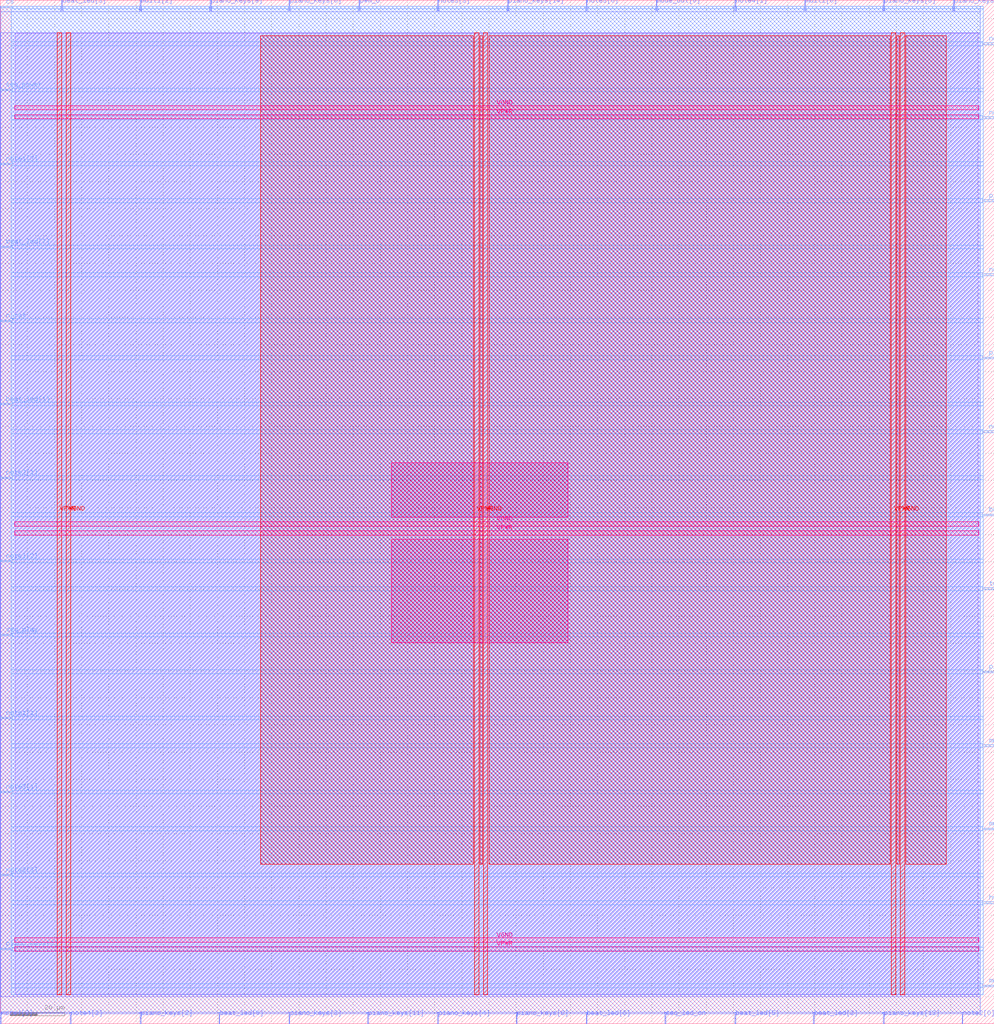
<source format=lef>
VERSION 5.7 ;
  NOWIREEXTENSIONATPIN ON ;
  DIVIDERCHAR "/" ;
  BUSBITCHARS "[]" ;
MACRO sass_synth
  CLASS BLOCK ;
  FOREIGN sass_synth ;
  ORIGIN 0.000 0.000 ;
  SIZE 366.095 BY 376.815 ;
  PIN VGND
    DIRECTION INOUT ;
    USE GROUND ;
    PORT
      LAYER met4 ;
        RECT 24.340 10.640 25.940 364.720 ;
    END
    PORT
      LAYER met4 ;
        RECT 177.940 10.640 179.540 364.720 ;
    END
    PORT
      LAYER met4 ;
        RECT 331.540 10.640 333.140 364.720 ;
    END
    PORT
      LAYER met5 ;
        RECT 5.280 30.030 360.420 31.630 ;
    END
    PORT
      LAYER met5 ;
        RECT 5.280 183.210 360.420 184.810 ;
    END
    PORT
      LAYER met5 ;
        RECT 5.280 336.390 360.420 337.990 ;
    END
  END VGND
  PIN VPWR
    DIRECTION INOUT ;
    USE POWER ;
    PORT
      LAYER met4 ;
        RECT 21.040 10.640 22.640 364.720 ;
    END
    PORT
      LAYER met4 ;
        RECT 174.640 10.640 176.240 364.720 ;
    END
    PORT
      LAYER met4 ;
        RECT 328.240 10.640 329.840 364.720 ;
    END
    PORT
      LAYER met5 ;
        RECT 5.280 26.730 360.420 28.330 ;
    END
    PORT
      LAYER met5 ;
        RECT 5.280 179.910 360.420 181.510 ;
    END
    PORT
      LAYER met5 ;
        RECT 5.280 333.090 360.420 334.690 ;
    END
  END VPWR
  PIN beat_led[0]
    DIRECTION OUTPUT TRISTATE ;
    USE SIGNAL ;
    ANTENNADIFFAREA 0.795200 ;
    PORT
      LAYER met2 ;
        RECT 80.590 0.000 80.870 4.000 ;
    END
  END beat_led[0]
  PIN beat_led[1]
    DIRECTION OUTPUT TRISTATE ;
    USE SIGNAL ;
    ANTENNADIFFAREA 0.795200 ;
    PORT
      LAYER met3 ;
        RECT 0.000 227.840 4.000 228.440 ;
    END
  END beat_led[1]
  PIN beat_led[2]
    DIRECTION OUTPUT TRISTATE ;
    USE SIGNAL ;
    ANTENNADIFFAREA 0.795200 ;
    PORT
      LAYER met2 ;
        RECT 299.550 0.000 299.830 4.000 ;
    END
  END beat_led[2]
  PIN beat_led[3]
    DIRECTION OUTPUT TRISTATE ;
    USE SIGNAL ;
    ANTENNADIFFAREA 0.795200 ;
    PORT
      LAYER met2 ;
        RECT 22.630 372.815 22.910 376.815 ;
    END
  END beat_led[3]
  PIN beat_led[4]
    DIRECTION OUTPUT TRISTATE ;
    USE SIGNAL ;
    ANTENNADIFFAREA 0.795200 ;
    PORT
      LAYER met3 ;
        RECT 362.095 187.040 366.095 187.640 ;
    END
  END beat_led[4]
  PIN beat_led[5]
    DIRECTION OUTPUT TRISTATE ;
    USE SIGNAL ;
    ANTENNADIFFAREA 0.795200 ;
    PORT
      LAYER met2 ;
        RECT 270.570 0.000 270.850 4.000 ;
    END
  END beat_led[5]
  PIN beat_led[6]
    DIRECTION OUTPUT TRISTATE ;
    USE SIGNAL ;
    ANTENNADIFFAREA 0.795200 ;
    PORT
      LAYER met2 ;
        RECT 215.830 0.000 216.110 4.000 ;
    END
  END beat_led[6]
  PIN beat_led[7]
    DIRECTION OUTPUT TRISTATE ;
    USE SIGNAL ;
    ANTENNADIFFAREA 0.795200 ;
    PORT
      LAYER met3 ;
        RECT 0.000 285.640 4.000 286.240 ;
    END
  END beat_led[7]
  PIN cs
    DIRECTION INPUT ;
    USE SIGNAL ;
    ANTENNAGATEAREA 0.742500 ;
    PORT
      LAYER met3 ;
        RECT 0.000 374.040 4.000 374.640 ;
    END
  END cs
  PIN hwclk
    DIRECTION INPUT ;
    USE SIGNAL ;
    ANTENNAGATEAREA 0.247500 ;
    PORT
      LAYER met3 ;
        RECT 362.095 44.240 366.095 44.840 ;
    END
  END hwclk
  PIN mode_out[0]
    DIRECTION OUTPUT TRISTATE ;
    USE SIGNAL ;
    ANTENNADIFFAREA 0.795200 ;
    PORT
      LAYER met2 ;
        RECT 241.590 372.815 241.870 376.815 ;
    END
  END mode_out[0]
  PIN mode_out[1]
    DIRECTION OUTPUT TRISTATE ;
    USE SIGNAL ;
    ANTENNADIFFAREA 0.795200 ;
    PORT
      LAYER met3 ;
        RECT 362.095 13.640 366.095 14.240 ;
    END
  END mode_out[1]
  PIN multi[0]
    DIRECTION OUTPUT TRISTATE ;
    USE SIGNAL ;
    ANTENNADIFFAREA 0.795200 ;
    PORT
      LAYER met2 ;
        RECT 296.330 372.815 296.610 376.815 ;
    END
  END multi[0]
  PIN multi[1]
    DIRECTION OUTPUT TRISTATE ;
    USE SIGNAL ;
    ANTENNADIFFAREA 0.795200 ;
    PORT
      LAYER met3 ;
        RECT 362.095 71.440 366.095 72.040 ;
    END
  END multi[1]
  PIN multi[2]
    DIRECTION OUTPUT TRISTATE ;
    USE SIGNAL ;
    ANTENNADIFFAREA 0.445500 ;
    PORT
      LAYER met2 ;
        RECT 51.610 372.815 51.890 376.815 ;
    END
  END multi[2]
  PIN multi[3]
    DIRECTION OUTPUT TRISTATE ;
    USE SIGNAL ;
    PORT
      LAYER met3 ;
        RECT 362.095 102.040 366.095 102.640 ;
    END
  END multi[3]
  PIN n_rst
    DIRECTION INPUT ;
    USE SIGNAL ;
    ANTENNAGATEAREA 0.247500 ;
    PORT
      LAYER met3 ;
        RECT 0.000 258.440 4.000 259.040 ;
    END
  END n_rst
  PIN note1[0]
    DIRECTION OUTPUT TRISTATE ;
    USE SIGNAL ;
    ANTENNADIFFAREA 0.795200 ;
    PORT
      LAYER met3 ;
        RECT 362.095 333.240 366.095 333.840 ;
    END
  END note1[0]
  PIN note1[1]
    DIRECTION OUTPUT TRISTATE ;
    USE SIGNAL ;
    ANTENNADIFFAREA 0.795200 ;
    PORT
      LAYER met3 ;
        RECT 0.000 112.240 4.000 112.840 ;
    END
  END note1[1]
  PIN note1[2]
    DIRECTION OUTPUT TRISTATE ;
    USE SIGNAL ;
    ANTENNADIFFAREA 0.795200 ;
    PORT
      LAYER met3 ;
        RECT 0.000 170.040 4.000 170.640 ;
    END
  END note1[2]
  PIN note1[3]
    DIRECTION OUTPUT TRISTATE ;
    USE SIGNAL ;
    ANTENNADIFFAREA 0.795200 ;
    PORT
      LAYER met3 ;
        RECT 0.000 316.240 4.000 316.840 ;
    END
  END note1[3]
  PIN note2[0]
    DIRECTION OUTPUT TRISTATE ;
    USE SIGNAL ;
    ANTENNADIFFAREA 0.795200 ;
    PORT
      LAYER met2 ;
        RECT 354.290 0.000 354.570 4.000 ;
    END
  END note2[0]
  PIN note2[1]
    DIRECTION OUTPUT TRISTATE ;
    USE SIGNAL ;
    ANTENNADIFFAREA 0.795200 ;
    PORT
      LAYER met3 ;
        RECT 0.000 200.640 4.000 201.240 ;
    END
  END note2[1]
  PIN note2[2]
    DIRECTION OUTPUT TRISTATE ;
    USE SIGNAL ;
    ANTENNADIFFAREA 0.795200 ;
    PORT
      LAYER met3 ;
        RECT 362.095 275.440 366.095 276.040 ;
    END
  END note2[2]
  PIN note2[3]
    DIRECTION OUTPUT TRISTATE ;
    USE SIGNAL ;
    ANTENNADIFFAREA 0.795200 ;
    PORT
      LAYER met3 ;
        RECT 0.000 54.440 4.000 55.040 ;
    END
  END note2[3]
  PIN note3[0]
    DIRECTION OUTPUT TRISTATE ;
    USE SIGNAL ;
    ANTENNADIFFAREA 0.795200 ;
    PORT
      LAYER met2 ;
        RECT 215.830 372.815 216.110 376.815 ;
    END
  END note3[0]
  PIN note3[1]
    DIRECTION OUTPUT TRISTATE ;
    USE SIGNAL ;
    ANTENNADIFFAREA 0.795200 ;
    PORT
      LAYER met3 ;
        RECT 0.000 85.040 4.000 85.640 ;
    END
  END note3[1]
  PIN note3[2]
    DIRECTION OUTPUT TRISTATE ;
    USE SIGNAL ;
    ANTENNADIFFAREA 0.795200 ;
    PORT
      LAYER met3 ;
        RECT 362.095 360.440 366.095 361.040 ;
    END
  END note3[2]
  PIN note3[3]
    DIRECTION OUTPUT TRISTATE ;
    USE SIGNAL ;
    ANTENNADIFFAREA 0.795200 ;
    PORT
      LAYER met2 ;
        RECT 161.090 372.815 161.370 376.815 ;
    END
  END note3[3]
  PIN note4[0]
    DIRECTION OUTPUT TRISTATE ;
    USE SIGNAL ;
    ANTENNADIFFAREA 0.445500 ;
    PORT
      LAYER met3 ;
        RECT 362.095 217.640 366.095 218.240 ;
    END
  END note4[0]
  PIN note4[1]
    DIRECTION OUTPUT TRISTATE ;
    USE SIGNAL ;
    ANTENNADIFFAREA 0.795200 ;
    PORT
      LAYER met2 ;
        RECT 270.570 372.815 270.850 376.815 ;
    END
  END note4[1]
  PIN note4[2]
    DIRECTION OUTPUT TRISTATE ;
    USE SIGNAL ;
    ANTENNADIFFAREA 0.795200 ;
    PORT
      LAYER met2 ;
        RECT 25.850 0.000 26.130 4.000 ;
    END
  END note4[2]
  PIN note4[3]
    DIRECTION OUTPUT TRISTATE ;
    USE SIGNAL ;
    ANTENNADIFFAREA 0.795200 ;
    PORT
      LAYER met2 ;
        RECT 0.090 0.000 0.370 4.000 ;
    END
  END note4[3]
  PIN piano_keys[0]
    DIRECTION INPUT ;
    USE SIGNAL ;
    ANTENNAGATEAREA 0.196500 ;
    PORT
      LAYER met2 ;
        RECT 106.350 372.815 106.630 376.815 ;
    END
  END piano_keys[0]
  PIN piano_keys[10]
    DIRECTION INPUT ;
    USE SIGNAL ;
    ANTENNAGATEAREA 0.196500 ;
    PORT
      LAYER met3 ;
        RECT 362.095 302.640 366.095 303.240 ;
    END
  END piano_keys[10]
  PIN piano_keys[11]
    DIRECTION INPUT ;
    USE SIGNAL ;
    ANTENNAGATEAREA 0.196500 ;
    PORT
      LAYER met2 ;
        RECT 135.330 0.000 135.610 4.000 ;
    END
  END piano_keys[11]
  PIN piano_keys[12]
    DIRECTION INPUT ;
    USE SIGNAL ;
    ANTENNAGATEAREA 0.196500 ;
    PORT
      LAYER met3 ;
        RECT 362.095 244.840 366.095 245.440 ;
    END
  END piano_keys[12]
  PIN piano_keys[13]
    DIRECTION INPUT ;
    USE SIGNAL ;
    ANTENNAGATEAREA 0.196500 ;
    PORT
      LAYER met2 ;
        RECT 325.310 0.000 325.590 4.000 ;
    END
  END piano_keys[13]
  PIN piano_keys[14]
    DIRECTION INPUT ;
    USE SIGNAL ;
    ANTENNAGATEAREA 0.196500 ;
    PORT
      LAYER met2 ;
        RECT 186.850 372.815 187.130 376.815 ;
    END
  END piano_keys[14]
  PIN piano_keys[1]
    DIRECTION INPUT ;
    USE SIGNAL ;
    ANTENNAGATEAREA 0.196500 ;
    PORT
      LAYER met3 ;
        RECT 362.095 129.240 366.095 129.840 ;
    END
  END piano_keys[1]
  PIN piano_keys[2]
    DIRECTION INPUT ;
    USE SIGNAL ;
    ANTENNAGATEAREA 0.196500 ;
    PORT
      LAYER met2 ;
        RECT 51.610 0.000 51.890 4.000 ;
    END
  END piano_keys[2]
  PIN piano_keys[3]
    DIRECTION INPUT ;
    USE SIGNAL ;
    ANTENNAGATEAREA 0.196500 ;
    PORT
      LAYER met2 ;
        RECT 106.350 0.000 106.630 4.000 ;
    END
  END piano_keys[3]
  PIN piano_keys[4]
    DIRECTION INPUT ;
    USE SIGNAL ;
    ANTENNAGATEAREA 0.196500 ;
    PORT
      LAYER met2 ;
        RECT 161.090 0.000 161.370 4.000 ;
    END
  END piano_keys[4]
  PIN piano_keys[5]
    DIRECTION INPUT ;
    USE SIGNAL ;
    ANTENNAGATEAREA 0.196500 ;
    PORT
      LAYER met3 ;
        RECT 0.000 27.240 4.000 27.840 ;
    END
  END piano_keys[5]
  PIN piano_keys[6]
    DIRECTION INPUT ;
    USE SIGNAL ;
    ANTENNAGATEAREA 0.196500 ;
    PORT
      LAYER met2 ;
        RECT 190.070 0.000 190.350 4.000 ;
    END
  END piano_keys[6]
  PIN piano_keys[7]
    DIRECTION INPUT ;
    USE SIGNAL ;
    ANTENNAGATEAREA 0.196500 ;
    PORT
      LAYER met2 ;
        RECT 351.070 372.815 351.350 376.815 ;
    END
  END piano_keys[7]
  PIN piano_keys[8]
    DIRECTION INPUT ;
    USE SIGNAL ;
    ANTENNAGATEAREA 0.196500 ;
    PORT
      LAYER met2 ;
        RECT 325.310 372.815 325.590 376.815 ;
    END
  END piano_keys[8]
  PIN piano_keys[9]
    DIRECTION INPUT ;
    USE SIGNAL ;
    ANTENNAGATEAREA 0.196500 ;
    PORT
      LAYER met2 ;
        RECT 77.370 372.815 77.650 376.815 ;
    END
  END piano_keys[9]
  PIN pwm_o
    DIRECTION OUTPUT TRISTATE ;
    USE SIGNAL ;
    ANTENNADIFFAREA 0.795200 ;
    PORT
      LAYER met2 ;
        RECT 132.110 372.815 132.390 376.815 ;
    END
  END pwm_o
  PIN seq_led_on
    DIRECTION OUTPUT TRISTATE ;
    USE SIGNAL ;
    ANTENNADIFFAREA 0.795200 ;
    PORT
      LAYER met2 ;
        RECT 244.810 0.000 245.090 4.000 ;
    END
  END seq_led_on
  PIN seq_play
    DIRECTION INPUT ;
    USE SIGNAL ;
    ANTENNAGATEAREA 0.196500 ;
    PORT
      LAYER met3 ;
        RECT 0.000 142.840 4.000 143.440 ;
    END
  END seq_play
  PIN seq_power
    DIRECTION INPUT ;
    USE SIGNAL ;
    ANTENNAGATEAREA 0.196500 ;
    PORT
      LAYER met3 ;
        RECT 0.000 343.440 4.000 344.040 ;
    END
  END seq_power
  PIN tempo_select
    DIRECTION INPUT ;
    USE SIGNAL ;
    ANTENNAGATEAREA 0.213000 ;
    PORT
      LAYER met3 ;
        RECT 362.095 159.840 366.095 160.440 ;
    END
  END tempo_select
  OBS
      LAYER li1 ;
        RECT 5.520 10.795 360.180 364.565 ;
      LAYER met1 ;
        RECT 0.070 9.960 361.030 364.720 ;
      LAYER met2 ;
        RECT 0.100 372.535 22.350 374.525 ;
        RECT 23.190 372.535 51.330 374.525 ;
        RECT 52.170 372.535 77.090 374.525 ;
        RECT 77.930 372.535 106.070 374.525 ;
        RECT 106.910 372.535 131.830 374.525 ;
        RECT 132.670 372.535 160.810 374.525 ;
        RECT 161.650 372.535 186.570 374.525 ;
        RECT 187.410 372.535 215.550 374.525 ;
        RECT 216.390 372.535 241.310 374.525 ;
        RECT 242.150 372.535 270.290 374.525 ;
        RECT 271.130 372.535 296.050 374.525 ;
        RECT 296.890 372.535 325.030 374.525 ;
        RECT 325.870 372.535 350.790 374.525 ;
        RECT 351.630 372.535 361.010 374.525 ;
        RECT 0.100 4.280 361.010 372.535 ;
        RECT 0.650 3.670 25.570 4.280 ;
        RECT 26.410 3.670 51.330 4.280 ;
        RECT 52.170 3.670 80.310 4.280 ;
        RECT 81.150 3.670 106.070 4.280 ;
        RECT 106.910 3.670 135.050 4.280 ;
        RECT 135.890 3.670 160.810 4.280 ;
        RECT 161.650 3.670 189.790 4.280 ;
        RECT 190.630 3.670 215.550 4.280 ;
        RECT 216.390 3.670 244.530 4.280 ;
        RECT 245.370 3.670 270.290 4.280 ;
        RECT 271.130 3.670 299.270 4.280 ;
        RECT 300.110 3.670 325.030 4.280 ;
        RECT 325.870 3.670 354.010 4.280 ;
        RECT 354.850 3.670 361.010 4.280 ;
      LAYER met3 ;
        RECT 4.400 373.640 362.095 374.505 ;
        RECT 3.990 361.440 362.095 373.640 ;
        RECT 3.990 360.040 361.695 361.440 ;
        RECT 3.990 344.440 362.095 360.040 ;
        RECT 4.400 343.040 362.095 344.440 ;
        RECT 3.990 334.240 362.095 343.040 ;
        RECT 3.990 332.840 361.695 334.240 ;
        RECT 3.990 317.240 362.095 332.840 ;
        RECT 4.400 315.840 362.095 317.240 ;
        RECT 3.990 303.640 362.095 315.840 ;
        RECT 3.990 302.240 361.695 303.640 ;
        RECT 3.990 286.640 362.095 302.240 ;
        RECT 4.400 285.240 362.095 286.640 ;
        RECT 3.990 276.440 362.095 285.240 ;
        RECT 3.990 275.040 361.695 276.440 ;
        RECT 3.990 259.440 362.095 275.040 ;
        RECT 4.400 258.040 362.095 259.440 ;
        RECT 3.990 245.840 362.095 258.040 ;
        RECT 3.990 244.440 361.695 245.840 ;
        RECT 3.990 228.840 362.095 244.440 ;
        RECT 4.400 227.440 362.095 228.840 ;
        RECT 3.990 218.640 362.095 227.440 ;
        RECT 3.990 217.240 361.695 218.640 ;
        RECT 3.990 201.640 362.095 217.240 ;
        RECT 4.400 200.240 362.095 201.640 ;
        RECT 3.990 188.040 362.095 200.240 ;
        RECT 3.990 186.640 361.695 188.040 ;
        RECT 3.990 171.040 362.095 186.640 ;
        RECT 4.400 169.640 362.095 171.040 ;
        RECT 3.990 160.840 362.095 169.640 ;
        RECT 3.990 159.440 361.695 160.840 ;
        RECT 3.990 143.840 362.095 159.440 ;
        RECT 4.400 142.440 362.095 143.840 ;
        RECT 3.990 130.240 362.095 142.440 ;
        RECT 3.990 128.840 361.695 130.240 ;
        RECT 3.990 113.240 362.095 128.840 ;
        RECT 4.400 111.840 362.095 113.240 ;
        RECT 3.990 103.040 362.095 111.840 ;
        RECT 3.990 101.640 361.695 103.040 ;
        RECT 3.990 86.040 362.095 101.640 ;
        RECT 4.400 84.640 362.095 86.040 ;
        RECT 3.990 72.440 362.095 84.640 ;
        RECT 3.990 71.040 361.695 72.440 ;
        RECT 3.990 55.440 362.095 71.040 ;
        RECT 4.400 54.040 362.095 55.440 ;
        RECT 3.990 45.240 362.095 54.040 ;
        RECT 3.990 43.840 361.695 45.240 ;
        RECT 3.990 28.240 362.095 43.840 ;
        RECT 4.400 26.840 362.095 28.240 ;
        RECT 3.990 14.640 362.095 26.840 ;
        RECT 3.990 13.240 361.695 14.640 ;
        RECT 3.990 10.715 362.095 13.240 ;
      LAYER met4 ;
        RECT 95.975 58.655 174.240 363.625 ;
        RECT 176.640 58.655 177.540 363.625 ;
        RECT 179.940 58.655 327.840 363.625 ;
        RECT 330.240 58.655 331.140 363.625 ;
        RECT 333.540 58.655 348.385 363.625 ;
      LAYER met5 ;
        RECT 144.100 186.410 209.180 206.500 ;
        RECT 144.100 140.300 209.180 178.310 ;
  END
END sass_synth
END LIBRARY


</source>
